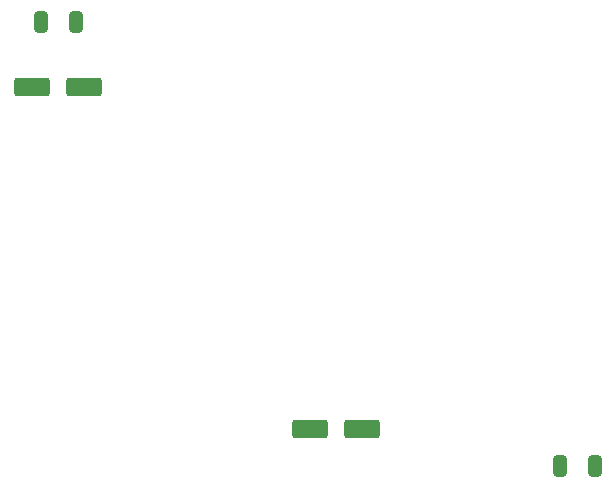
<source format=gbr>
%TF.GenerationSoftware,KiCad,Pcbnew,9.0.0-9.0.0-2~ubuntu24.04.1*%
%TF.CreationDate,2025-04-06T07:06:59+03:00*%
%TF.ProjectId,InterfaceBoard_Transciever3,496e7465-7266-4616-9365-426f6172645f,rev?*%
%TF.SameCoordinates,Original*%
%TF.FileFunction,Paste,Top*%
%TF.FilePolarity,Positive*%
%FSLAX46Y46*%
G04 Gerber Fmt 4.6, Leading zero omitted, Abs format (unit mm)*
G04 Created by KiCad (PCBNEW 9.0.0-9.0.0-2~ubuntu24.04.1) date 2025-04-06 07:06:59*
%MOMM*%
%LPD*%
G01*
G04 APERTURE LIST*
G04 Aperture macros list*
%AMRoundRect*
0 Rectangle with rounded corners*
0 $1 Rounding radius*
0 $2 $3 $4 $5 $6 $7 $8 $9 X,Y pos of 4 corners*
0 Add a 4 corners polygon primitive as box body*
4,1,4,$2,$3,$4,$5,$6,$7,$8,$9,$2,$3,0*
0 Add four circle primitives for the rounded corners*
1,1,$1+$1,$2,$3*
1,1,$1+$1,$4,$5*
1,1,$1+$1,$6,$7*
1,1,$1+$1,$8,$9*
0 Add four rect primitives between the rounded corners*
20,1,$1+$1,$2,$3,$4,$5,0*
20,1,$1+$1,$4,$5,$6,$7,0*
20,1,$1+$1,$6,$7,$8,$9,0*
20,1,$1+$1,$8,$9,$2,$3,0*%
G04 Aperture macros list end*
%ADD10RoundRect,0.250000X-1.250000X-0.550000X1.250000X-0.550000X1.250000X0.550000X-1.250000X0.550000X0*%
%ADD11RoundRect,0.250000X-0.325000X-0.650000X0.325000X-0.650000X0.325000X0.650000X-0.325000X0.650000X0*%
G04 APERTURE END LIST*
D10*
%TO.C,C2_1206_10uf*%
X127755000Y-95260000D03*
X132155000Y-95260000D03*
%TD*%
D11*
%TO.C,R2_1206*%
X172425000Y-127340000D03*
X175375000Y-127340000D03*
%TD*%
D10*
%TO.C,C1_1206_10uf*%
X151225000Y-124260000D03*
X155625000Y-124260000D03*
%TD*%
D11*
%TO.C,C2_1206_10nf*%
X128480000Y-89760000D03*
X131430000Y-89760000D03*
%TD*%
M02*

</source>
